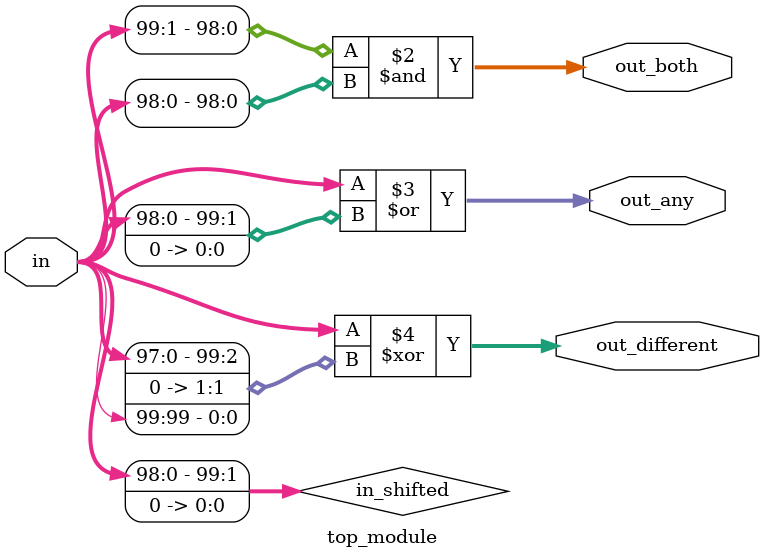
<source format=sv>
module top_module (
    input [99:0] in,
    output [98:0] out_both,
    output [99:0] out_any,
    output [99:0] out_different
);

    wire [99:0] in_shifted;

    assign in_shifted = in << 1;
    assign out_both = in[99:1] & in_shifted[99:1];
    assign out_any = in | in_shifted;
    assign out_different = in ^ {in_shifted[98:0], in[99]};

endmodule

</source>
